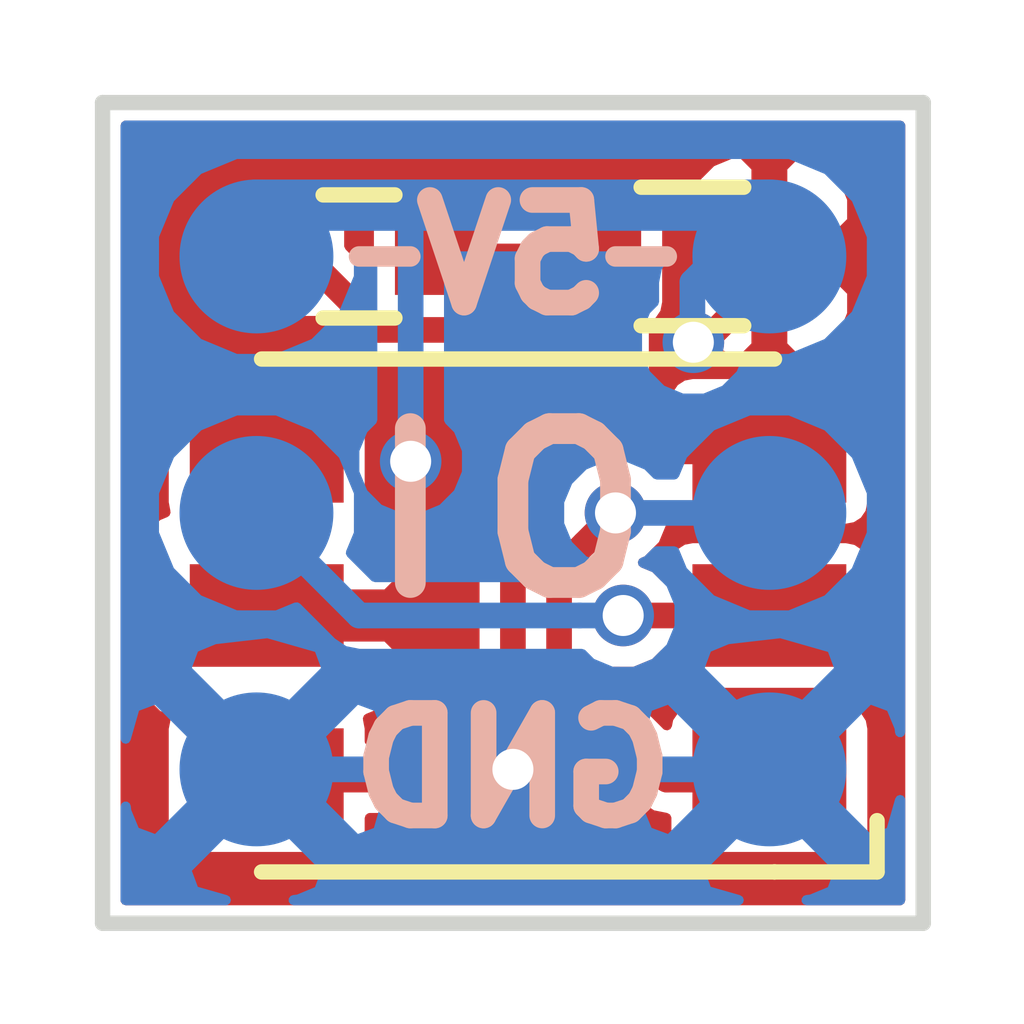
<source format=kicad_pcb>
(kicad_pcb (version 4) (host pcbnew 4.0.2+dfsg1-stable)

  (general
    (links 10)
    (no_connects 0)
    (area 135.424999 101.924999 143.575001 110.075001)
    (thickness 1.6)
    (drawings 10)
    (tracks 44)
    (zones 0)
    (modules 9)
    (nets 6)
  )

  (page A4)
  (layers
    (0 F.Cu signal)
    (31 B.Cu signal)
    (32 B.Adhes user)
    (33 F.Adhes user)
    (34 B.Paste user)
    (35 F.Paste user)
    (36 B.SilkS user)
    (37 F.SilkS user)
    (38 B.Mask user)
    (39 F.Mask user)
    (40 Dwgs.User user)
    (41 Cmts.User user)
    (42 Eco1.User user)
    (43 Eco2.User user)
    (44 Edge.Cuts user)
    (45 Margin user)
    (46 B.CrtYd user)
    (47 F.CrtYd user)
    (48 B.Fab user hide)
    (49 F.Fab user hide)
  )

  (setup
    (last_trace_width 0.25)
    (trace_clearance 0.2)
    (zone_clearance 0.1)
    (zone_45_only no)
    (trace_min 0.2)
    (segment_width 0.2)
    (edge_width 0.15)
    (via_size 0.6)
    (via_drill 0.4)
    (via_min_size 0.4)
    (via_min_drill 0.3)
    (uvia_size 0.3)
    (uvia_drill 0.1)
    (uvias_allowed no)
    (uvia_min_size 0.2)
    (uvia_min_drill 0.1)
    (pcb_text_width 0.3)
    (pcb_text_size 1.5 1.5)
    (mod_edge_width 0.15)
    (mod_text_size 1 1)
    (mod_text_width 0.15)
    (pad_size 1.524 1.524)
    (pad_drill 0.762)
    (pad_to_mask_clearance 0.1)
    (aux_axis_origin 0 0)
    (visible_elements FFFFFF7F)
    (pcbplotparams
      (layerselection 0x00030_80000001)
      (usegerberextensions false)
      (excludeedgelayer true)
      (linewidth 0.100000)
      (plotframeref false)
      (viasonmask false)
      (mode 1)
      (useauxorigin false)
      (hpglpennumber 1)
      (hpglpenspeed 20)
      (hpglpendiameter 15)
      (hpglpenoverlay 2)
      (psnegative false)
      (psa4output false)
      (plotreference true)
      (plotvalue true)
      (plotinvisibletext false)
      (padsonsilk false)
      (subtractmaskfromsilk false)
      (outputformat 1)
      (mirror false)
      (drillshape 1)
      (scaleselection 1)
      (outputdirectory ""))
  )

  (net 0 "")
  (net 1 "Net-(C1-Pad1)")
  (net 2 GND)
  (net 3 +5V)
  (net 4 "Net-(L1-Pad1)")
  (net 5 "Net-(L1-Pad2)")

  (net_class Default "This is the default net class."
    (clearance 0.2)
    (trace_width 0.25)
    (via_dia 0.6)
    (via_drill 0.4)
    (uvia_dia 0.3)
    (uvia_drill 0.1)
    (add_net +5V)
    (add_net GND)
    (add_net "Net-(C1-Pad1)")
    (add_net "Net-(L1-Pad1)")
    (add_net "Net-(L1-Pad2)")
  )

  (module Capacitors_SMD:C_0603 (layer F.Cu) (tedit 57548D35) (tstamp 57548A7A)
    (at 138 103.5 180)
    (descr "Capacitor SMD 0603, reflow soldering, AVX (see smccp.pdf)")
    (tags "capacitor 0603")
    (path /5754875A)
    (attr smd)
    (fp_text reference C1 (at 0 -1.9 180) (layer F.Fab)
      (effects (font (size 1 1) (thickness 0.15)))
    )
    (fp_text value 100nF (at 0 1.9 180) (layer F.Fab)
      (effects (font (size 1 1) (thickness 0.15)))
    )
    (fp_line (start -1.45 -0.75) (end 1.45 -0.75) (layer F.CrtYd) (width 0.05))
    (fp_line (start -1.45 0.75) (end 1.45 0.75) (layer F.CrtYd) (width 0.05))
    (fp_line (start -1.45 -0.75) (end -1.45 0.75) (layer F.CrtYd) (width 0.05))
    (fp_line (start 1.45 -0.75) (end 1.45 0.75) (layer F.CrtYd) (width 0.05))
    (fp_line (start -0.35 -0.6) (end 0.35 -0.6) (layer F.SilkS) (width 0.15))
    (fp_line (start 0.35 0.6) (end -0.35 0.6) (layer F.SilkS) (width 0.15))
    (pad 1 smd rect (at -0.75 0 180) (size 0.8 0.75) (layers F.Cu F.Paste F.Mask)
      (net 1 "Net-(C1-Pad1)"))
    (pad 2 smd rect (at 0.75 0 180) (size 0.8 0.75) (layers F.Cu F.Paste F.Mask)
      (net 2 GND))
    (model Capacitors_SMD.3dshapes/C_0603.wrl
      (at (xyz 0 0 0))
      (scale (xyz 1 1 1))
      (rotate (xyz 0 0 0))
    )
  )

  (module ws2812s:WS2812S (layer F.Cu) (tedit 57548D2D) (tstamp 57548A84)
    (at 139.55 107)
    (path /57548599)
    (fp_text reference L1 (at 0 3.5) (layer F.Fab)
      (effects (font (size 1 1) (thickness 0.15)))
    )
    (fp_text value WS2812S (at 0 -3.5) (layer F.Fab) hide
      (effects (font (size 1 1) (thickness 0.15)))
    )
    (fp_line (start 3.5 2.5) (end 3.5 2) (layer F.SilkS) (width 0.15))
    (fp_line (start 2.5 2.5) (end 3.5 2.5) (layer F.SilkS) (width 0.15))
    (fp_circle (center 0 0) (end 1.5 1) (layer F.Fab) (width 0.15))
    (fp_line (start 2.5 2.5) (end 2.5 2.5) (layer F.SilkS) (width 0.15))
    (fp_line (start -2.5 2.5) (end 2.5 2.5) (layer F.SilkS) (width 0.15))
    (fp_line (start -2.5 -2.5) (end 2.5 -2.5) (layer F.SilkS) (width 0.15))
    (fp_line (start 2.5 2.5) (end 1.5 2.5) (layer F.Fab) (width 0.15))
    (fp_line (start 2.5 2) (end 2.5 2.5) (layer F.Fab) (width 0.15))
    (fp_line (start -2.5 2.5) (end -2.5 -2.5) (layer F.Fab) (width 0.15))
    (fp_line (start 1.5 2.5) (end -2.5 2.5) (layer F.Fab) (width 0.15))
    (fp_line (start 2.5 1.5) (end 1.5 2.5) (layer F.Fab) (width 0.15))
    (fp_line (start 2.5 -2.5) (end 2.5 2) (layer F.Fab) (width 0.15))
    (fp_line (start -2.5 -2.5) (end 2.5 -2.5) (layer F.Fab) (width 0.15))
    (pad 4 smd rect (at -2.45 -1.6) (size 1.5 1) (layers F.Cu F.Paste F.Mask))
    (pad 5 smd rect (at -2.45 0) (size 1.5 1) (layers F.Cu F.Paste F.Mask)
      (net 3 +5V))
    (pad 6 smd rect (at -2.45 1.6) (size 1.5 1) (layers F.Cu F.Paste F.Mask)
      (net 2 GND))
    (pad 1 smd rect (at 2.45 1.6) (size 1.5 1) (layers F.Cu F.Paste F.Mask)
      (net 4 "Net-(L1-Pad1)"))
    (pad 2 smd rect (at 2.45 0) (size 1.5 1) (layers F.Cu F.Paste F.Mask)
      (net 5 "Net-(L1-Pad2)"))
    (pad 3 smd rect (at 2.45 -1.6) (size 1.5 1) (layers F.Cu F.Paste F.Mask)
      (net 1 "Net-(C1-Pad1)"))
    (model /home/hd/kicad/footprints/ws2812s.wrl
      (at (xyz 0 0 0))
      (scale (xyz 0.3937 0.3937 0.3937))
      (rotate (xyz 0 0 90))
    )
  )

  (module Resistors_SMD:R_0603 (layer F.Cu) (tedit 57548D3B) (tstamp 57548A8A)
    (at 141.25 103.5 180)
    (descr "Resistor SMD 0603, reflow soldering, Vishay (see dcrcw.pdf)")
    (tags "resistor 0603")
    (path /5754865F)
    (attr smd)
    (fp_text reference R1 (at 0 -1.9 180) (layer F.Fab)
      (effects (font (size 1 1) (thickness 0.15)))
    )
    (fp_text value 100R (at 0 1.9 180) (layer F.Fab)
      (effects (font (size 1 1) (thickness 0.15)))
    )
    (fp_line (start -1.3 -0.8) (end 1.3 -0.8) (layer F.CrtYd) (width 0.05))
    (fp_line (start -1.3 0.8) (end 1.3 0.8) (layer F.CrtYd) (width 0.05))
    (fp_line (start -1.3 -0.8) (end -1.3 0.8) (layer F.CrtYd) (width 0.05))
    (fp_line (start 1.3 -0.8) (end 1.3 0.8) (layer F.CrtYd) (width 0.05))
    (fp_line (start 0.5 0.675) (end -0.5 0.675) (layer F.SilkS) (width 0.15))
    (fp_line (start -0.5 -0.675) (end 0.5 -0.675) (layer F.SilkS) (width 0.15))
    (pad 1 smd rect (at -0.75 0 180) (size 0.5 0.9) (layers F.Cu F.Paste F.Mask)
      (net 3 +5V))
    (pad 2 smd rect (at 0.75 0 180) (size 0.5 0.9) (layers F.Cu F.Paste F.Mask)
      (net 1 "Net-(C1-Pad1)"))
    (model Resistors_SMD.3dshapes/R_0603.wrl
      (at (xyz 0 0 0))
      (scale (xyz 1 1 1))
      (rotate (xyz 0 0 0))
    )
  )

  (module Measurement_Points:Measurement_Point_Round-SMD-Pad_Small (layer B.Cu) (tedit 57548D9D) (tstamp 57548A8F)
    (at 137 103.5)
    (descr "Mesurement Point, Round, SMD Pad, DM 1.5mm,")
    (tags "Mesurement Point Round SMD Pad 1.5mm")
    (path /57547FCF)
    (attr virtual)
    (fp_text reference W1 (at 0 0) (layer B.Fab)
      (effects (font (size 1 1) (thickness 0.15)) (justify mirror))
    )
    (fp_text value 5V_IN (at 0 -2) (layer B.Fab)
      (effects (font (size 1 1) (thickness 0.15)) (justify mirror))
    )
    (fp_circle (center 0 0) (end 1 0) (layer B.CrtYd) (width 0.05))
    (pad 1 smd circle (at 0 0) (size 1.5 1.5) (layers B.Cu B.Mask)
      (net 3 +5V))
  )

  (module Measurement_Points:Measurement_Point_Round-SMD-Pad_Small (layer B.Cu) (tedit 57548DAB) (tstamp 57548A94)
    (at 142 103.5)
    (descr "Mesurement Point, Round, SMD Pad, DM 1.5mm,")
    (tags "Mesurement Point Round SMD Pad 1.5mm")
    (path /57548A4F)
    (attr virtual)
    (fp_text reference W2 (at 0 0) (layer B.Fab)
      (effects (font (size 1 1) (thickness 0.15)) (justify mirror))
    )
    (fp_text value 5V_OUT (at 0 -2) (layer B.Fab)
      (effects (font (size 1 1) (thickness 0.15)) (justify mirror))
    )
    (fp_circle (center 0 0) (end 1 0) (layer B.CrtYd) (width 0.05))
    (pad 1 smd circle (at 0 0) (size 1.5 1.5) (layers B.Cu B.Mask)
      (net 3 +5V))
  )

  (module Measurement_Points:Measurement_Point_Round-SMD-Pad_Small (layer B.Cu) (tedit 57548DBD) (tstamp 57548A99)
    (at 137 108.5)
    (descr "Mesurement Point, Round, SMD Pad, DM 1.5mm,")
    (tags "Mesurement Point Round SMD Pad 1.5mm")
    (path /57548A91)
    (attr virtual)
    (fp_text reference W3 (at 0 0) (layer B.Fab)
      (effects (font (size 1 1) (thickness 0.15)) (justify mirror))
    )
    (fp_text value GND_IN (at 0 -2) (layer B.Fab)
      (effects (font (size 1 1) (thickness 0.15)) (justify mirror))
    )
    (fp_circle (center 0 0) (end 1 0) (layer B.CrtYd) (width 0.05))
    (pad 1 smd circle (at 0 0) (size 1.5 1.5) (layers B.Cu B.Mask)
      (net 2 GND))
  )

  (module Measurement_Points:Measurement_Point_Round-SMD-Pad_Small (layer B.Cu) (tedit 57548DC4) (tstamp 57548A9E)
    (at 142 108.5)
    (descr "Mesurement Point, Round, SMD Pad, DM 1.5mm,")
    (tags "Mesurement Point Round SMD Pad 1.5mm")
    (path /57547FFD)
    (attr virtual)
    (fp_text reference W4 (at 0 0) (layer B.Fab)
      (effects (font (size 1 1) (thickness 0.15)) (justify mirror))
    )
    (fp_text value GND_OUT (at 0 -2) (layer B.Fab)
      (effects (font (size 1 1) (thickness 0.15)) (justify mirror))
    )
    (fp_circle (center 0 0) (end 1 0) (layer B.CrtYd) (width 0.05))
    (pad 1 smd circle (at 0 0) (size 1.5 1.5) (layers B.Cu B.Mask)
      (net 2 GND))
  )

  (module Measurement_Points:Measurement_Point_Round-SMD-Pad_Small (layer B.Cu) (tedit 57548DB9) (tstamp 57548AA3)
    (at 137 106)
    (descr "Mesurement Point, Round, SMD Pad, DM 1.5mm,")
    (tags "Mesurement Point Round SMD Pad 1.5mm")
    (path /57548019)
    (attr virtual)
    (fp_text reference W5 (at 0 0) (layer B.Fab)
      (effects (font (size 1 1) (thickness 0.15)) (justify mirror))
    )
    (fp_text value DIN (at 0 -2) (layer B.Fab)
      (effects (font (size 1 1) (thickness 0.15)) (justify mirror))
    )
    (fp_circle (center 0 0) (end 1 0) (layer B.CrtYd) (width 0.05))
    (pad 1 smd circle (at 0 0) (size 1.5 1.5) (layers B.Cu B.Mask)
      (net 5 "Net-(L1-Pad2)"))
  )

  (module Measurement_Points:Measurement_Point_Round-SMD-Pad_Small (layer B.Cu) (tedit 57548DC0) (tstamp 57548AA8)
    (at 142 106)
    (descr "Mesurement Point, Round, SMD Pad, DM 1.5mm,")
    (tags "Mesurement Point Round SMD Pad 1.5mm")
    (path /57548080)
    (attr virtual)
    (fp_text reference W6 (at 0 0) (layer B.Fab)
      (effects (font (size 1 1) (thickness 0.15)) (justify mirror))
    )
    (fp_text value DOUT (at 0 -2) (layer B.Fab)
      (effects (font (size 1 1) (thickness 0.15)) (justify mirror))
    )
    (fp_circle (center 0 0) (end 1 0) (layer B.CrtYd) (width 0.05))
    (pad 1 smd circle (at 0 0) (size 1.5 1.5) (layers B.Cu B.Mask)
      (net 4 "Net-(L1-Pad1)"))
  )

  (gr_line (start 135.5 110) (end 135.5 102) (layer Edge.Cuts) (width 0.15))
  (gr_line (start 143.5 110) (end 135.5 110) (layer Edge.Cuts) (width 0.15))
  (gr_line (start 143.5 102) (end 143.5 110) (layer Edge.Cuts) (width 0.15))
  (gr_line (start 135.5 102) (end 143.5 102) (layer Edge.Cuts) (width 0.15))
  (gr_line (start 140.5 103.5) (end 141 103.5) (layer B.SilkS) (width 0.2))
  (gr_line (start 138 103.5) (end 138.5 103.5) (layer B.SilkS) (width 0.2))
  (gr_text O (at 140 106) (layer B.SilkS)
    (effects (font (size 1.5 1.5) (thickness 0.3)) (justify mirror))
  )
  (gr_text I (at 138.5 106) (layer B.SilkS)
    (effects (font (size 1.5 1.5) (thickness 0.3)) (justify mirror))
  )
  (gr_text 5V (at 139.5 103.5) (layer B.SilkS)
    (effects (font (size 1 1) (thickness 0.25)) (justify mirror))
  )
  (gr_text GND (at 139.5 108.5) (layer B.SilkS)
    (effects (font (size 1 1) (thickness 0.25)) (justify mirror))
  )

  (segment (start 138.75 103.5) (end 140.5 103.5) (width 0.25) (layer F.Cu) (net 1))
  (segment (start 140.5 104.9) (end 140.5 104.2) (width 0.25) (layer F.Cu) (net 1))
  (segment (start 141 105.4) (end 140.5 104.9) (width 0.25) (layer F.Cu) (net 1))
  (segment (start 142 105.4) (end 141 105.4) (width 0.25) (layer F.Cu) (net 1))
  (segment (start 140.5 104.2) (end 140.5 103.5) (width 0.25) (layer F.Cu) (net 1))
  (segment (start 139.5 108.5) (end 139.5 104.478154) (width 0.25) (layer F.Cu) (net 2))
  (segment (start 139.5 104.478154) (end 139.237892 104.216046) (width 0.25) (layer F.Cu) (net 2))
  (segment (start 139.237892 104.216046) (end 138.193525 104.216046) (width 0.25) (layer F.Cu) (net 2))
  (segment (start 138.193525 104.216046) (end 137.477479 103.5) (width 0.25) (layer F.Cu) (net 2))
  (segment (start 137.477479 103.5) (end 137.25 103.5) (width 0.25) (layer F.Cu) (net 2))
  (segment (start 137.1 108.6) (end 139.4 108.6) (width 0.25) (layer F.Cu) (net 2))
  (segment (start 139.4 108.6) (end 139.5 108.5) (width 0.25) (layer F.Cu) (net 2))
  (segment (start 139.5 108.5) (end 142 108.5) (width 0.25) (layer B.Cu) (net 2))
  (segment (start 137 108.5) (end 139.5 108.5) (width 0.25) (layer B.Cu) (net 2))
  (via (at 139.5 108.5) (size 0.6) (drill 0.4) (layers F.Cu B.Cu) (net 2))
  (segment (start 137.1 107) (end 138.503179 107) (width 0.25) (layer F.Cu) (net 3))
  (segment (start 138.503179 107) (end 138.503179 105.496909) (width 0.25) (layer F.Cu) (net 3))
  (segment (start 142 103.7) (end 141.36345 104.33655) (width 0.25) (layer F.Cu) (net 3))
  (segment (start 142 103.5) (end 142 103.7) (width 0.25) (layer F.Cu) (net 3))
  (segment (start 141.250001 104.327689) (end 141.258862 104.33655) (width 0.25) (layer B.Cu) (net 3))
  (segment (start 141.36345 104.33655) (end 141.258862 104.33655) (width 0.25) (layer F.Cu) (net 3))
  (via (at 141.258862 104.33655) (size 0.6) (drill 0.4) (layers F.Cu B.Cu) (net 3))
  (segment (start 141.250001 103.749999) (end 141.250001 104.327689) (width 0.25) (layer B.Cu) (net 3))
  (segment (start 142 103) (end 141.250001 103.749999) (width 0.25) (layer B.Cu) (net 3))
  (segment (start 137 103) (end 138.5 103) (width 0.5) (layer B.Cu) (net 3))
  (segment (start 138.5 103) (end 142 103) (width 0.5) (layer B.Cu) (net 3))
  (segment (start 138.503179 104.503179) (end 138.503179 103.003179) (width 0.25) (layer B.Cu) (net 3))
  (segment (start 138.503179 103.003179) (end 138.5 103) (width 0.25) (layer B.Cu) (net 3))
  (segment (start 138.503179 105.072645) (end 138.503179 105.496909) (width 0.25) (layer B.Cu) (net 3))
  (segment (start 138.503179 104.503179) (end 138.503179 105.072645) (width 0.25) (layer B.Cu) (net 3))
  (segment (start 138.494766 104.494766) (end 138.503179 104.503179) (width 0.25) (layer B.Cu) (net 3))
  (via (at 138.503179 105.496909) (size 0.6) (drill 0.4) (layers F.Cu B.Cu) (net 3))
  (segment (start 139.950011 107.550011) (end 139.950011 106.549989) (width 0.25) (layer F.Cu) (net 4))
  (segment (start 141 108.6) (end 139.950011 107.550011) (width 0.25) (layer F.Cu) (net 4))
  (segment (start 139.950011 106.549989) (end 140.200001 106.299999) (width 0.25) (layer F.Cu) (net 4))
  (segment (start 140.200001 106.299999) (end 140.5 106) (width 0.25) (layer F.Cu) (net 4))
  (segment (start 142 108.6) (end 141 108.6) (width 0.25) (layer F.Cu) (net 4))
  (segment (start 140.5 106) (end 142 106) (width 0.25) (layer B.Cu) (net 4))
  (via (at 140.5 106) (size 0.6) (drill 0.4) (layers F.Cu B.Cu) (net 4))
  (segment (start 138 107) (end 140.150767 107) (width 0.25) (layer B.Cu) (net 5))
  (segment (start 140.150767 107) (end 140.575031 107) (width 0.25) (layer B.Cu) (net 5))
  (via (at 140.575031 107) (size 0.6) (drill 0.4) (layers F.Cu B.Cu) (net 5))
  (segment (start 142 107) (end 140.575031 107) (width 0.25) (layer F.Cu) (net 5))
  (segment (start 137 106) (end 138 107) (width 0.25) (layer B.Cu) (net 5))

  (zone (net 3) (net_name +5V) (layer F.Cu) (tstamp 0) (hatch edge 0.508)
    (connect_pads (clearance 0.1))
    (min_thickness 0.1)
    (fill yes (arc_segments 16) (thermal_gap 0.508) (thermal_bridge_width 0.508))
    (polygon
      (pts
        (xy 135 101.5) (xy 144 101.5) (xy 144 110.5) (xy 135 110.5)
      )
    )
    (filled_polygon
      (pts
        (xy 143.275 109.775) (xy 135.725 109.775) (xy 135.725 107.3435) (xy 135.792 107.3435) (xy 135.792 107.610993)
        (xy 135.876951 107.816082) (xy 136.033918 107.97305) (xy 136.114086 108.006257) (xy 136.095103 108.1) (xy 136.095103 109.1)
        (xy 136.112535 109.192644) (xy 136.167288 109.277732) (xy 136.250831 109.334815) (xy 136.35 109.354897) (xy 137.85 109.354897)
        (xy 137.942644 109.337465) (xy 138.027732 109.282712) (xy 138.084815 109.199169) (xy 138.104897 109.1) (xy 138.104897 108.975)
        (xy 139.209729 108.975) (xy 139.390118 109.049904) (xy 139.608922 109.050095) (xy 139.811143 108.966539) (xy 139.965995 108.811957)
        (xy 140.049904 108.609882) (xy 140.050095 108.391078) (xy 139.966539 108.188857) (xy 139.875 108.097158) (xy 139.875 108.00533)
        (xy 140.734835 108.865165) (xy 140.856494 108.946455) (xy 140.995103 108.974026) (xy 140.995103 109.1) (xy 141.012535 109.192644)
        (xy 141.067288 109.277732) (xy 141.150831 109.334815) (xy 141.25 109.354897) (xy 142.75 109.354897) (xy 142.842644 109.337465)
        (xy 142.927732 109.282712) (xy 142.984815 109.199169) (xy 143.004897 109.1) (xy 143.004897 108.1) (xy 142.987465 108.007356)
        (xy 142.932712 107.922268) (xy 142.849169 107.865185) (xy 142.75 107.845103) (xy 141.25 107.845103) (xy 141.157356 107.862535)
        (xy 141.072268 107.917288) (xy 141.015185 108.000831) (xy 141.001035 108.070705) (xy 140.480247 107.549917) (xy 140.683953 107.550095)
        (xy 140.886174 107.466539) (xy 140.977873 107.375) (xy 140.995103 107.375) (xy 140.995103 107.5) (xy 141.012535 107.592644)
        (xy 141.067288 107.677732) (xy 141.150831 107.734815) (xy 141.25 107.754897) (xy 142.75 107.754897) (xy 142.842644 107.737465)
        (xy 142.927732 107.682712) (xy 142.984815 107.599169) (xy 143.004897 107.5) (xy 143.004897 106.5) (xy 142.987465 106.407356)
        (xy 142.932712 106.322268) (xy 142.849169 106.265185) (xy 142.75 106.245103) (xy 141.25 106.245103) (xy 141.157356 106.262535)
        (xy 141.072268 106.317288) (xy 141.015185 106.400831) (xy 140.995103 106.5) (xy 140.995103 106.625) (xy 140.977824 106.625)
        (xy 140.886988 106.534005) (xy 140.767721 106.484481) (xy 140.811143 106.466539) (xy 140.965995 106.311957) (xy 141.049904 106.109882)
        (xy 141.049956 106.050797) (xy 141.067288 106.077732) (xy 141.150831 106.134815) (xy 141.25 106.154897) (xy 142.75 106.154897)
        (xy 142.842644 106.137465) (xy 142.927732 106.082712) (xy 142.984815 105.999169) (xy 143.004897 105.9) (xy 143.004897 104.9)
        (xy 142.987465 104.807356) (xy 142.932712 104.722268) (xy 142.849169 104.665185) (xy 142.75 104.645103) (xy 141.25 104.645103)
        (xy 141.157356 104.662535) (xy 141.072268 104.717288) (xy 141.015185 104.800831) (xy 141.001035 104.870705) (xy 140.875 104.74467)
        (xy 140.875 104.166644) (xy 140.927732 104.132712) (xy 140.984815 104.049169) (xy 141.004897 103.95) (xy 141.004897 103.8435)
        (xy 141.192 103.8435) (xy 141.192 104.060993) (xy 141.276951 104.266082) (xy 141.433918 104.42305) (xy 141.639007 104.508)
        (xy 141.7355 104.508) (xy 141.875 104.3685) (xy 141.875 103.704) (xy 142.125 103.704) (xy 142.125 104.3685)
        (xy 142.2645 104.508) (xy 142.360993 104.508) (xy 142.566082 104.42305) (xy 142.723049 104.266082) (xy 142.808 104.060993)
        (xy 142.808 103.8435) (xy 142.6685 103.704) (xy 142.125 103.704) (xy 141.875 103.704) (xy 141.3315 103.704)
        (xy 141.192 103.8435) (xy 141.004897 103.8435) (xy 141.004897 103.05) (xy 140.987465 102.957356) (xy 140.975658 102.939007)
        (xy 141.192 102.939007) (xy 141.192 103.1565) (xy 141.3315 103.296) (xy 141.875 103.296) (xy 141.875 102.6315)
        (xy 142.125 102.6315) (xy 142.125 103.296) (xy 142.6685 103.296) (xy 142.808 103.1565) (xy 142.808 102.939007)
        (xy 142.723049 102.733918) (xy 142.566082 102.57695) (xy 142.360993 102.492) (xy 142.2645 102.492) (xy 142.125 102.6315)
        (xy 141.875 102.6315) (xy 141.7355 102.492) (xy 141.639007 102.492) (xy 141.433918 102.57695) (xy 141.276951 102.733918)
        (xy 141.192 102.939007) (xy 140.975658 102.939007) (xy 140.932712 102.872268) (xy 140.849169 102.815185) (xy 140.75 102.795103)
        (xy 140.25 102.795103) (xy 140.157356 102.812535) (xy 140.072268 102.867288) (xy 140.015185 102.950831) (xy 139.995103 103.05)
        (xy 139.995103 103.125) (xy 139.404897 103.125) (xy 139.387465 103.032356) (xy 139.332712 102.947268) (xy 139.249169 102.890185)
        (xy 139.15 102.870103) (xy 138.35 102.870103) (xy 138.257356 102.887535) (xy 138.172268 102.942288) (xy 138.115185 103.025831)
        (xy 138.095103 103.125) (xy 138.095103 103.587294) (xy 137.904897 103.397088) (xy 137.904897 103.125) (xy 137.887465 103.032356)
        (xy 137.832712 102.947268) (xy 137.749169 102.890185) (xy 137.65 102.870103) (xy 136.85 102.870103) (xy 136.757356 102.887535)
        (xy 136.672268 102.942288) (xy 136.615185 103.025831) (xy 136.595103 103.125) (xy 136.595103 103.875) (xy 136.612535 103.967644)
        (xy 136.667288 104.052732) (xy 136.750831 104.109815) (xy 136.85 104.129897) (xy 137.577046 104.129897) (xy 137.92836 104.481211)
        (xy 138.050018 104.562501) (xy 138.193525 104.591046) (xy 139.082562 104.591046) (xy 139.125 104.633484) (xy 139.125 108.097207)
        (xy 139.034005 108.188043) (xy 139.018659 108.225) (xy 138.104897 108.225) (xy 138.104897 108.1) (xy 138.087465 108.007356)
        (xy 138.08658 108.005981) (xy 138.166082 107.97305) (xy 138.323049 107.816082) (xy 138.408 107.610993) (xy 138.408 107.3435)
        (xy 138.2685 107.204) (xy 137.304 107.204) (xy 137.304 107.224) (xy 136.896 107.224) (xy 136.896 107.204)
        (xy 135.9315 107.204) (xy 135.792 107.3435) (xy 135.725 107.3435) (xy 135.725 106.389007) (xy 135.792 106.389007)
        (xy 135.792 106.6565) (xy 135.9315 106.796) (xy 136.896 106.796) (xy 136.896 106.776) (xy 137.304 106.776)
        (xy 137.304 106.796) (xy 138.2685 106.796) (xy 138.408 106.6565) (xy 138.408 106.389007) (xy 138.323049 106.183918)
        (xy 138.166082 106.02695) (xy 138.085914 105.993743) (xy 138.104897 105.9) (xy 138.104897 104.9) (xy 138.087465 104.807356)
        (xy 138.032712 104.722268) (xy 137.949169 104.665185) (xy 137.85 104.645103) (xy 136.35 104.645103) (xy 136.257356 104.662535)
        (xy 136.172268 104.717288) (xy 136.115185 104.800831) (xy 136.095103 104.9) (xy 136.095103 105.9) (xy 136.112535 105.992644)
        (xy 136.11342 105.994019) (xy 136.033918 106.02695) (xy 135.876951 106.183918) (xy 135.792 106.389007) (xy 135.725 106.389007)
        (xy 135.725 102.225) (xy 143.275 102.225)
      )
    )
  )
  (zone (net 2) (net_name GND) (layer B.Cu) (tstamp 0) (hatch edge 0.508)
    (connect_pads (clearance 0.1))
    (min_thickness 0.1)
    (fill yes (arc_segments 16) (thermal_gap 0.508) (thermal_bridge_width 0.508))
    (polygon
      (pts
        (xy 134.5 101) (xy 144.5 101) (xy 144.5 111) (xy 134.5 111)
      )
    )
    (filled_polygon
      (pts
        (xy 143.275 108.137716) (xy 143.269791 108.092342) (xy 143.186136 107.89038) (xy 142.976211 107.812288) (xy 142.2885 108.5)
        (xy 142.976211 109.187712) (xy 143.186136 109.10962) (xy 143.275 108.798713) (xy 143.275 109.775) (xy 142.362284 109.775)
        (xy 142.407658 109.769791) (xy 142.60962 109.686136) (xy 142.687712 109.476211) (xy 142 108.7885) (xy 141.312288 109.476211)
        (xy 141.39038 109.686136) (xy 141.701287 109.775) (xy 137.362284 109.775) (xy 137.407658 109.769791) (xy 137.60962 109.686136)
        (xy 137.687712 109.476211) (xy 137 108.7885) (xy 136.312288 109.476211) (xy 136.39038 109.686136) (xy 136.701287 109.775)
        (xy 135.725 109.775) (xy 135.725 108.862284) (xy 135.730209 108.907658) (xy 135.813864 109.10962) (xy 136.023789 109.187712)
        (xy 136.7115 108.5) (xy 137.2885 108.5) (xy 137.976211 109.187712) (xy 138.186136 109.10962) (xy 138.329138 108.609301)
        (xy 138.304043 108.390699) (xy 140.670862 108.390699) (xy 140.730209 108.907658) (xy 140.813864 109.10962) (xy 141.023789 109.187712)
        (xy 141.7115 108.5) (xy 141.023789 107.812288) (xy 140.813864 107.89038) (xy 140.670862 108.390699) (xy 138.304043 108.390699)
        (xy 138.269791 108.092342) (xy 138.186136 107.89038) (xy 137.976211 107.812288) (xy 137.2885 108.5) (xy 136.7115 108.5)
        (xy 136.023789 107.812288) (xy 135.813864 107.89038) (xy 135.725 108.201287) (xy 135.725 107.523789) (xy 136.312288 107.523789)
        (xy 137 108.2115) (xy 137.687712 107.523789) (xy 137.60962 107.313864) (xy 137.109301 107.170862) (xy 136.592342 107.230209)
        (xy 136.39038 107.313864) (xy 136.312288 107.523789) (xy 135.725 107.523789) (xy 135.725 106.19804) (xy 135.999827 106.19804)
        (xy 136.151747 106.565714) (xy 136.432806 106.847264) (xy 136.800215 106.999826) (xy 137.19804 107.000173) (xy 137.390373 106.920703)
        (xy 137.734835 107.265165) (xy 137.856494 107.346455) (xy 138 107.375) (xy 140.172238 107.375) (xy 140.263074 107.465995)
        (xy 140.465149 107.549904) (xy 140.683953 107.550095) (xy 140.747618 107.523789) (xy 141.312288 107.523789) (xy 142 108.2115)
        (xy 142.687712 107.523789) (xy 142.60962 107.313864) (xy 142.109301 107.170862) (xy 141.592342 107.230209) (xy 141.39038 107.313864)
        (xy 141.312288 107.523789) (xy 140.747618 107.523789) (xy 140.886174 107.466539) (xy 141.041026 107.311957) (xy 141.124935 107.109882)
        (xy 141.125126 106.891078) (xy 141.04157 106.688857) (xy 140.886988 106.534005) (xy 140.767721 106.484481) (xy 140.811143 106.466539)
        (xy 140.902842 106.375) (xy 141.072945 106.375) (xy 141.151747 106.565714) (xy 141.432806 106.847264) (xy 141.800215 106.999826)
        (xy 142.19804 107.000173) (xy 142.565714 106.848253) (xy 142.847264 106.567194) (xy 142.999826 106.199785) (xy 143.000173 105.80196)
        (xy 142.848253 105.434286) (xy 142.567194 105.152736) (xy 142.199785 105.000174) (xy 141.80196 104.999827) (xy 141.434286 105.151747)
        (xy 141.152736 105.432806) (xy 141.07293 105.625) (xy 140.902793 105.625) (xy 140.811957 105.534005) (xy 140.609882 105.450096)
        (xy 140.391078 105.449905) (xy 140.188857 105.533461) (xy 140.034005 105.688043) (xy 139.950096 105.890118) (xy 139.949905 106.108922)
        (xy 140.033461 106.311143) (xy 140.188043 106.465995) (xy 140.30731 106.515519) (xy 140.263888 106.533461) (xy 140.172189 106.625)
        (xy 138.15533 106.625) (xy 137.920691 106.390361) (xy 137.999826 106.199785) (xy 138.000173 105.80196) (xy 137.848253 105.434286)
        (xy 137.567194 105.152736) (xy 137.199785 105.000174) (xy 136.80196 104.999827) (xy 136.434286 105.151747) (xy 136.152736 105.432806)
        (xy 136.000174 105.800215) (xy 135.999827 106.19804) (xy 135.725 106.19804) (xy 135.725 103.69804) (xy 135.999827 103.69804)
        (xy 136.151747 104.065714) (xy 136.432806 104.347264) (xy 136.800215 104.499826) (xy 137.19804 104.500173) (xy 137.565714 104.348253)
        (xy 137.847264 104.067194) (xy 137.999826 103.699785) (xy 138 103.5) (xy 138.128179 103.5) (xy 138.128179 104.452471)
        (xy 138.119766 104.494766) (xy 138.128179 104.537061) (xy 138.128179 105.094116) (xy 138.037184 105.184952) (xy 137.953275 105.387027)
        (xy 137.953084 105.605831) (xy 138.03664 105.808052) (xy 138.191222 105.962904) (xy 138.393297 106.046813) (xy 138.612101 106.047004)
        (xy 138.814322 105.963448) (xy 138.969174 105.808866) (xy 139.053083 105.606791) (xy 139.053274 105.387987) (xy 138.969718 105.185766)
        (xy 138.878179 105.094067) (xy 138.878179 103.5) (xy 140.974702 103.5) (xy 140.903546 103.606492) (xy 140.903546 103.606493)
        (xy 140.875001 103.749999) (xy 140.875001 103.942602) (xy 140.792867 104.024593) (xy 140.708958 104.226668) (xy 140.708767 104.445472)
        (xy 140.792323 104.647693) (xy 140.946905 104.802545) (xy 141.14898 104.886454) (xy 141.367784 104.886645) (xy 141.570005 104.803089)
        (xy 141.724857 104.648507) (xy 141.788598 104.495002) (xy 141.800215 104.499826) (xy 142.19804 104.500173) (xy 142.565714 104.348253)
        (xy 142.847264 104.067194) (xy 142.999826 103.699785) (xy 143.000173 103.30196) (xy 142.848253 102.934286) (xy 142.567194 102.652736)
        (xy 142.199785 102.500174) (xy 141.80196 102.499827) (xy 141.801541 102.5) (xy 137.000299 102.5) (xy 136.80196 102.499827)
        (xy 136.434286 102.651747) (xy 136.152736 102.932806) (xy 136.000174 103.300215) (xy 135.999827 103.69804) (xy 135.725 103.69804)
        (xy 135.725 102.225) (xy 143.275 102.225)
      )
    )
  )
)

</source>
